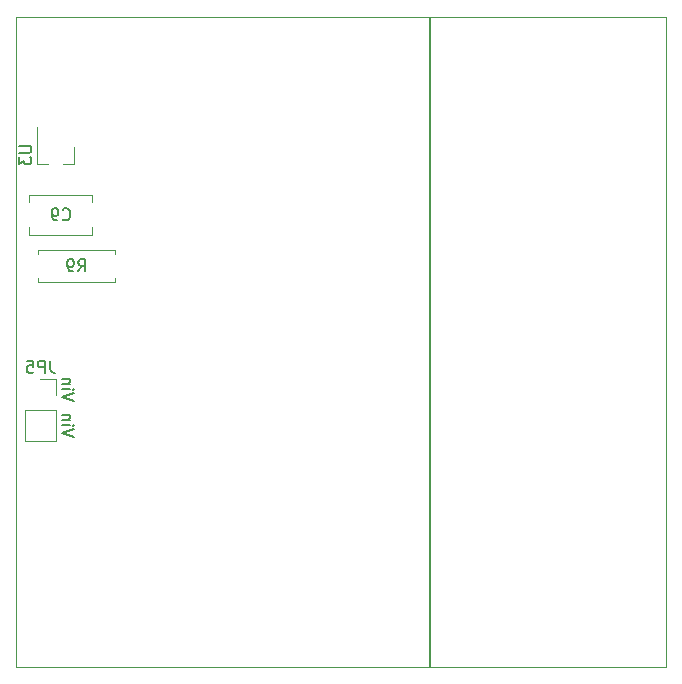
<source format=gbr>
%TF.GenerationSoftware,KiCad,Pcbnew,5.0.2-bee76a0~70~ubuntu18.04.1*%
%TF.CreationDate,2019-02-16T11:07:58+01:00*%
%TF.ProjectId,GP-Pcb,47502d50-6362-42e6-9b69-6361645f7063,2.0*%
%TF.SameCoordinates,Original*%
%TF.FileFunction,Legend,Bot*%
%TF.FilePolarity,Positive*%
%FSLAX46Y46*%
G04 Gerber Fmt 4.6, Leading zero omitted, Abs format (unit mm)*
G04 Created by KiCad (PCBNEW 5.0.2-bee76a0~70~ubuntu18.04.1) date sab 16 feb 2019 11:07:58 CET*
%MOMM*%
%LPD*%
G01*
G04 APERTURE LIST*
%ADD10C,0.200000*%
%ADD11C,0.010000*%
%ADD12C,0.120000*%
%ADD13C,0.150000*%
G04 APERTURE END LIST*
D10*
X93420000Y-45720000D02*
X93420000Y-100720000D01*
X63285619Y-78239809D02*
X62285619Y-77906476D01*
X63285619Y-77573142D01*
X62285619Y-77239809D02*
X62952285Y-77239809D01*
X63285619Y-77239809D02*
X63238000Y-77287428D01*
X63190380Y-77239809D01*
X63238000Y-77192190D01*
X63285619Y-77239809D01*
X63190380Y-77239809D01*
X62952285Y-76763619D02*
X62285619Y-76763619D01*
X62857047Y-76763619D02*
X62904666Y-76716000D01*
X62952285Y-76620761D01*
X62952285Y-76477904D01*
X62904666Y-76382666D01*
X62809428Y-76335047D01*
X62285619Y-76335047D01*
X63285619Y-81287809D02*
X62285619Y-80954476D01*
X63285619Y-80621142D01*
X62285619Y-80287809D02*
X62952285Y-80287809D01*
X63285619Y-80287809D02*
X63238000Y-80335428D01*
X63190380Y-80287809D01*
X63238000Y-80240190D01*
X63285619Y-80287809D01*
X63190380Y-80287809D01*
X62952285Y-79811619D02*
X62285619Y-79811619D01*
X62857047Y-79811619D02*
X62904666Y-79764000D01*
X62952285Y-79668761D01*
X62952285Y-79525904D01*
X62904666Y-79430666D01*
X62809428Y-79383047D01*
X62285619Y-79383047D01*
D11*
X113420000Y-45720000D02*
X113420000Y-100720000D01*
X58420000Y-100720000D02*
X113420000Y-100720000D01*
X58420000Y-45720000D02*
X58420000Y-100720000D01*
X58420000Y-45720000D02*
X113420000Y-45720000D01*
D12*
X66770000Y-65762000D02*
X66770000Y-65432000D01*
X66770000Y-65432000D02*
X60230000Y-65432000D01*
X60230000Y-65432000D02*
X60230000Y-65762000D01*
X66770000Y-67842000D02*
X66770000Y-68172000D01*
X66770000Y-68172000D02*
X60230000Y-68172000D01*
X60230000Y-68172000D02*
X60230000Y-67842000D01*
X59520000Y-64205000D02*
X64860000Y-64205000D01*
X59520000Y-60763000D02*
X64860000Y-60763000D01*
X59520000Y-64205000D02*
X59520000Y-63539000D01*
X59520000Y-61429000D02*
X59520000Y-60763000D01*
X64860000Y-64205000D02*
X64860000Y-63539000D01*
X64860000Y-61429000D02*
X64860000Y-60763000D01*
X63302000Y-58164000D02*
X62372000Y-58164000D01*
X60142000Y-58164000D02*
X61072000Y-58164000D01*
X60142000Y-58164000D02*
X60142000Y-55004000D01*
X63302000Y-58164000D02*
X63302000Y-56704000D01*
X61782000Y-76394000D02*
X60452000Y-76394000D01*
X61782000Y-77724000D02*
X61782000Y-76394000D01*
X61782000Y-78994000D02*
X59122000Y-78994000D01*
X59122000Y-78994000D02*
X59122000Y-81594000D01*
X61782000Y-78994000D02*
X61782000Y-81594000D01*
X61782000Y-81594000D02*
X59122000Y-81594000D01*
D13*
X63666666Y-67253379D02*
X64000000Y-66777189D01*
X64238095Y-67253379D02*
X64238095Y-66253379D01*
X63857142Y-66253379D01*
X63761904Y-66300999D01*
X63714285Y-66348618D01*
X63666666Y-66443856D01*
X63666666Y-66586713D01*
X63714285Y-66681951D01*
X63761904Y-66729570D01*
X63857142Y-66777189D01*
X64238095Y-66777189D01*
X63190476Y-67253379D02*
X63000000Y-67253379D01*
X62904761Y-67205760D01*
X62857142Y-67158141D01*
X62761904Y-67015284D01*
X62714285Y-66824808D01*
X62714285Y-66443856D01*
X62761904Y-66348618D01*
X62809523Y-66300999D01*
X62904761Y-66253379D01*
X63095238Y-66253379D01*
X63190476Y-66300999D01*
X63238095Y-66348618D01*
X63285714Y-66443856D01*
X63285714Y-66681951D01*
X63238095Y-66777189D01*
X63190476Y-66824808D01*
X63095238Y-66872427D01*
X62904761Y-66872427D01*
X62809523Y-66824808D01*
X62761904Y-66777189D01*
X62714285Y-66681951D01*
X62356666Y-62841142D02*
X62404285Y-62888761D01*
X62547142Y-62936380D01*
X62642380Y-62936380D01*
X62785238Y-62888761D01*
X62880476Y-62793523D01*
X62928095Y-62698285D01*
X62975714Y-62507809D01*
X62975714Y-62364952D01*
X62928095Y-62174476D01*
X62880476Y-62079238D01*
X62785238Y-61984000D01*
X62642380Y-61936380D01*
X62547142Y-61936380D01*
X62404285Y-61984000D01*
X62356666Y-62031619D01*
X61880476Y-62936380D02*
X61690000Y-62936380D01*
X61594761Y-62888761D01*
X61547142Y-62841142D01*
X61451904Y-62698285D01*
X61404285Y-62507809D01*
X61404285Y-62126857D01*
X61451904Y-62031619D01*
X61499523Y-61984000D01*
X61594761Y-61936380D01*
X61785238Y-61936380D01*
X61880476Y-61984000D01*
X61928095Y-62031619D01*
X61975714Y-62126857D01*
X61975714Y-62364952D01*
X61928095Y-62460190D01*
X61880476Y-62507809D01*
X61785238Y-62555428D01*
X61594761Y-62555428D01*
X61499523Y-62507809D01*
X61451904Y-62460190D01*
X61404285Y-62364952D01*
X58674380Y-56642095D02*
X59483904Y-56642095D01*
X59579142Y-56689714D01*
X59626761Y-56737333D01*
X59674380Y-56832571D01*
X59674380Y-57023047D01*
X59626761Y-57118285D01*
X59579142Y-57165904D01*
X59483904Y-57213523D01*
X58674380Y-57213523D01*
X58674380Y-57594476D02*
X58674380Y-58213523D01*
X59055333Y-57880190D01*
X59055333Y-58023047D01*
X59102952Y-58118285D01*
X59150571Y-58165904D01*
X59245809Y-58213523D01*
X59483904Y-58213523D01*
X59579142Y-58165904D01*
X59626761Y-58118285D01*
X59674380Y-58023047D01*
X59674380Y-57737333D01*
X59626761Y-57642095D01*
X59579142Y-57594476D01*
X61285333Y-74846380D02*
X61285333Y-75560666D01*
X61332952Y-75703523D01*
X61428190Y-75798761D01*
X61571047Y-75846380D01*
X61666285Y-75846380D01*
X60809142Y-75846380D02*
X60809142Y-74846380D01*
X60428190Y-74846380D01*
X60332952Y-74894000D01*
X60285333Y-74941619D01*
X60237714Y-75036857D01*
X60237714Y-75179714D01*
X60285333Y-75274952D01*
X60332952Y-75322571D01*
X60428190Y-75370190D01*
X60809142Y-75370190D01*
X59332952Y-74846380D02*
X59809142Y-74846380D01*
X59856761Y-75322571D01*
X59809142Y-75274952D01*
X59713904Y-75227333D01*
X59475809Y-75227333D01*
X59380571Y-75274952D01*
X59332952Y-75322571D01*
X59285333Y-75417809D01*
X59285333Y-75655904D01*
X59332952Y-75751142D01*
X59380571Y-75798761D01*
X59475809Y-75846380D01*
X59713904Y-75846380D01*
X59809142Y-75798761D01*
X59856761Y-75751142D01*
M02*

</source>
